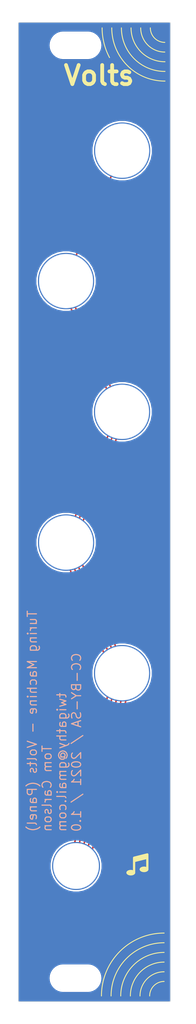
<source format=kicad_pcb>
(kicad_pcb (version 20171130) (host pcbnew "(5.1.4)-1")

  (general
    (thickness 1.6)
    (drawings 172)
    (tracks 23)
    (zones 0)
    (modules 3)
    (nets 1)
  )

  (page A4)
  (layers
    (0 F.Cu signal)
    (31 B.Cu signal)
    (32 B.Adhes user)
    (33 F.Adhes user)
    (34 B.Paste user)
    (35 F.Paste user)
    (36 B.SilkS user)
    (37 F.SilkS user)
    (38 B.Mask user)
    (39 F.Mask user)
    (40 Dwgs.User user)
    (41 Cmts.User user)
    (42 Eco1.User user)
    (43 Eco2.User user)
    (44 Edge.Cuts user)
    (45 Margin user)
    (46 B.CrtYd user)
    (47 F.CrtYd user)
    (48 B.Fab user)
    (49 F.Fab user)
  )

  (setup
    (last_trace_width 0.25)
    (trace_clearance 0.2)
    (zone_clearance 0.508)
    (zone_45_only no)
    (trace_min 0.2)
    (via_size 0.8)
    (via_drill 0.4)
    (via_min_size 0.4)
    (via_min_drill 0.3)
    (uvia_size 0.3)
    (uvia_drill 0.1)
    (uvias_allowed no)
    (uvia_min_size 0.2)
    (uvia_min_drill 0.1)
    (edge_width 0.05)
    (segment_width 0.2)
    (pcb_text_width 0.3)
    (pcb_text_size 1.5 1.5)
    (mod_edge_width 0.12)
    (mod_text_size 1 1)
    (mod_text_width 0.15)
    (pad_size 6.1 6.1)
    (pad_drill 6.1)
    (pad_to_mask_clearance 0.051)
    (solder_mask_min_width 0.25)
    (aux_axis_origin 0 0)
    (visible_elements 7FFFFFFF)
    (pcbplotparams
      (layerselection 0x010fc_ffffffff)
      (usegerberextensions false)
      (usegerberattributes true)
      (usegerberadvancedattributes false)
      (creategerberjobfile false)
      (excludeedgelayer true)
      (linewidth 0.100000)
      (plotframeref false)
      (viasonmask false)
      (mode 1)
      (useauxorigin false)
      (hpglpennumber 1)
      (hpglpenspeed 20)
      (hpglpendiameter 15.000000)
      (psnegative false)
      (psa4output false)
      (plotreference true)
      (plotvalue true)
      (plotinvisibletext false)
      (padsonsilk false)
      (subtractmaskfromsilk false)
      (outputformat 1)
      (mirror false)
      (drillshape 0)
      (scaleselection 1)
      (outputdirectory "volts/"))
  )

  (net 0 "")

  (net_class Default "This is the default net class."
    (clearance 0.2)
    (trace_width 0.25)
    (via_dia 0.8)
    (via_drill 0.4)
    (uvia_dia 0.3)
    (uvia_drill 0.1)
  )

  (module RS:note (layer F.Cu) (tedit 0) (tstamp 60B83716)
    (at 196.9008 140.97)
    (fp_text reference G*** (at 0 0) (layer F.SilkS) hide
      (effects (font (size 1.524 1.524) (thickness 0.3)))
    )
    (fp_text value LOGO (at 0.75 0) (layer F.SilkS) hide
      (effects (font (size 1.524 1.524) (thickness 0.3)))
    )
    (fp_poly (pts (xy 1.262606 -1.443046) (xy 1.283831 -1.436681) (xy 1.299023 -1.429787) (xy 1.312898 -1.420317)
      (xy 1.327762 -1.407057) (xy 1.341925 -1.391802) (xy 1.353695 -1.376352) (xy 1.360558 -1.3644)
      (xy 1.365719 -1.351263) (xy 1.370072 -1.33701) (xy 1.371575 -1.330454) (xy 1.371917 -1.325431)
      (xy 1.37224 -1.314083) (xy 1.372544 -1.296437) (xy 1.372829 -1.272517) (xy 1.373095 -1.242349)
      (xy 1.373341 -1.205958) (xy 1.373569 -1.163369) (xy 1.373777 -1.11461) (xy 1.373965 -1.059703)
      (xy 1.374134 -0.998676) (xy 1.374284 -0.931554) (xy 1.374413 -0.858361) (xy 1.374523 -0.779124)
      (xy 1.374614 -0.693868) (xy 1.374684 -0.602618) (xy 1.374734 -0.505401) (xy 1.374764 -0.40224)
      (xy 1.374775 -0.293255) (xy 1.374774 -0.197777) (xy 1.374771 -0.108446) (xy 1.374765 -0.025055)
      (xy 1.374754 0.052598) (xy 1.374737 0.124718) (xy 1.374714 0.191509) (xy 1.374682 0.253177)
      (xy 1.374641 0.309924) (xy 1.374589 0.361956) (xy 1.374526 0.409476) (xy 1.37445 0.452689)
      (xy 1.37436 0.491799) (xy 1.374255 0.52701) (xy 1.374133 0.558527) (xy 1.373993 0.586554)
      (xy 1.373835 0.611296) (xy 1.373657 0.632956) (xy 1.373458 0.651738) (xy 1.373236 0.667848)
      (xy 1.372991 0.681489) (xy 1.372721 0.692866) (xy 1.372425 0.702183) (xy 1.372102 0.709644)
      (xy 1.37175 0.715453) (xy 1.371369 0.719816) (xy 1.370958 0.722935) (xy 1.370514 0.725016)
      (xy 1.370038 0.726262) (xy 1.369527 0.726879) (xy 1.368981 0.727069) (xy 1.36885 0.727075)
      (xy 1.364517 0.729065) (xy 1.360247 0.735642) (xy 1.356266 0.745331) (xy 1.345659 0.768737)
      (xy 1.33068 0.79379) (xy 1.31244 0.818939) (xy 1.292052 0.842634) (xy 1.273297 0.860979)
      (xy 1.234637 0.891743) (xy 1.190866 0.919944) (xy 1.142836 0.945199) (xy 1.091401 0.967123)
      (xy 1.037413 0.985332) (xy 0.981726 0.999442) (xy 0.953974 1.004761) (xy 0.892662 1.013436)
      (xy 0.833697 1.017884) (xy 0.774791 1.018217) (xy 0.728842 1.015802) (xy 0.669786 1.009707)
      (xy 0.614716 1.000506) (xy 0.561901 0.987854) (xy 0.515088 0.973311) (xy 0.464616 0.95369)
      (xy 0.417606 0.930808) (xy 0.374485 0.904997) (xy 0.335683 0.876585) (xy 0.301628 0.845904)
      (xy 0.272748 0.813285) (xy 0.249471 0.779058) (xy 0.239803 0.760899) (xy 0.232985 0.745566)
      (xy 0.226745 0.729393) (xy 0.222079 0.715042) (xy 0.220832 0.710209) (xy 0.217319 0.687879)
      (xy 0.215888 0.662535) (xy 0.216506 0.636586) (xy 0.219136 0.612444) (xy 0.222448 0.596836)
      (xy 0.236205 0.558746) (xy 0.255843 0.522408) (xy 0.281087 0.488006) (xy 0.311663 0.455726)
      (xy 0.347297 0.425754) (xy 0.387715 0.398275) (xy 0.432643 0.373475) (xy 0.481806 0.351541)
      (xy 0.534932 0.332656) (xy 0.591746 0.317008) (xy 0.651974 0.304781) (xy 0.65405 0.304432)
      (xy 0.674022 0.301781) (xy 0.698882 0.299543) (xy 0.727195 0.297754) (xy 0.757529 0.296454)
      (xy 0.788451 0.295681) (xy 0.818528 0.295473) (xy 0.846325 0.295868) (xy 0.870412 0.296904)
      (xy 0.886271 0.298245) (xy 0.915913 0.302302) (xy 0.948194 0.307925) (xy 0.981053 0.314682)
      (xy 1.012428 0.322135) (xy 1.040258 0.329851) (xy 1.048936 0.332585) (xy 1.085849 0.344676)
      (xy 1.08585 -0.169314) (xy 1.085841 -0.238491) (xy 1.085814 -0.301563) (xy 1.085766 -0.358775)
      (xy 1.085696 -0.410373) (xy 1.085601 -0.456603) (xy 1.085481 -0.497709) (xy 1.085332 -0.533937)
      (xy 1.085153 -0.565532) (xy 1.084943 -0.592739) (xy 1.084698 -0.615804) (xy 1.084418 -0.634972)
      (xy 1.084101 -0.650489) (xy 1.083744 -0.662598) (xy 1.083345 -0.671547) (xy 1.082903 -0.67758)
      (xy 1.082417 -0.680942) (xy 1.081883 -0.68188) (xy 1.081881 -0.681879) (xy 1.078477 -0.680989)
      (xy 1.069185 -0.678628) (xy 1.054273 -0.674864) (xy 1.034014 -0.669766) (xy 1.008679 -0.663401)
      (xy 0.978539 -0.655837) (xy 0.943865 -0.647142) (xy 0.904928 -0.637383) (xy 0.862 -0.62663)
      (xy 0.815351 -0.614949) (xy 0.765252 -0.602409) (xy 0.711976 -0.589077) (xy 0.655792 -0.575022)
      (xy 0.596972 -0.56031) (xy 0.535788 -0.545012) (xy 0.47251 -0.529193) (xy 0.40741 -0.512922)
      (xy 0.354806 -0.499778) (xy -0.3683 -0.319102) (xy -0.3683 0.421474) (xy -0.368306 0.504275)
      (xy -0.368321 0.580943) (xy -0.368349 0.651697) (xy -0.368391 0.716753) (xy -0.368447 0.776331)
      (xy -0.368519 0.830646) (xy -0.368607 0.879917) (xy -0.368715 0.924362) (xy -0.368841 0.964198)
      (xy -0.368989 0.999642) (xy -0.369158 1.030913) (xy -0.36935 1.058228) (xy -0.369567 1.081805)
      (xy -0.36981 1.101861) (xy -0.370079 1.118614) (xy -0.370377 1.132281) (xy -0.370704 1.143081)
      (xy -0.371061 1.15123) (xy -0.371451 1.156947) (xy -0.371873 1.160449) (xy -0.37233 1.161954)
      (xy -0.372489 1.16205) (xy -0.375592 1.164768) (xy -0.380229 1.172015) (xy -0.385567 1.182424)
      (xy -0.387489 1.186656) (xy -0.400545 1.21281) (xy -0.41624 1.237226) (xy -0.435605 1.261322)
      (xy -0.459671 1.286516) (xy -0.461253 1.28806) (xy -0.499172 1.321075) (xy -0.541418 1.35047)
      (xy -0.588215 1.376346) (xy -0.639783 1.398806) (xy -0.696345 1.41795) (xy -0.758123 1.433881)
      (xy -0.796925 1.44178) (xy -0.808232 1.443742) (xy -0.819314 1.445312) (xy -0.831101 1.446544)
      (xy -0.844527 1.447487) (xy -0.860524 1.448194) (xy -0.880023 1.448717) (xy -0.903956 1.449107)
      (xy -0.933257 1.449415) (xy -0.935038 1.449431) (xy -0.960255 1.449607) (xy -0.98379 1.449689)
      (xy -1.004796 1.44968) (xy -1.022425 1.449585) (xy -1.035827 1.449406) (xy -1.044156 1.449146)
      (xy -1.046163 1.448986) (xy -1.109404 1.438642) (xy -1.167286 1.425898) (xy -1.220411 1.410554)
      (xy -1.269378 1.392408) (xy -1.314786 1.371259) (xy -1.357237 1.346905) (xy -1.365138 1.34182)
      (xy -1.406156 1.312074) (xy -1.441134 1.280526) (xy -1.470141 1.247103) (xy -1.493248 1.211729)
      (xy -1.499907 1.19897) (xy -1.511449 1.172898) (xy -1.519112 1.148888) (xy -1.523468 1.124475)
      (xy -1.525092 1.097195) (xy -1.525139 1.090612) (xy -1.522559 1.053678) (xy -1.514695 1.018659)
      (xy -1.501332 0.985104) (xy -1.482253 0.952563) (xy -1.45724 0.920585) (xy -1.429733 0.892156)
      (xy -1.391772 0.859779) (xy -1.349781 0.831002) (xy -1.303478 0.8057) (xy -1.252582 0.783749)
      (xy -1.196813 0.765026) (xy -1.13589 0.749405) (xy -1.083401 0.739085) (xy -1.062883 0.736336)
      (xy -1.037371 0.734182) (xy -1.008195 0.732629) (xy -0.976682 0.731686) (xy -0.944162 0.73136)
      (xy -0.911965 0.731659) (xy -0.881418 0.732592) (xy -0.853851 0.734166) (xy -0.830593 0.736389)
      (xy -0.822325 0.737534) (xy -0.787884 0.743627) (xy -0.753121 0.751093) (xy -0.720202 0.759423)
      (xy -0.69129 0.76811) (xy -0.689203 0.768809) (xy -0.676965 0.772854) (xy -0.667021 0.775969)
      (xy -0.660895 0.777684) (xy -0.659805 0.777875) (xy -0.65958 0.774744) (xy -0.659359 0.765527)
      (xy -0.659145 0.750488) (xy -0.658938 0.729891) (xy -0.658738 0.704) (xy -0.658546 0.673079)
      (xy -0.658364 0.637391) (xy -0.658192 0.597202) (xy -0.65803 0.552775) (xy -0.657881 0.504374)
      (xy -0.657744 0.452263) (xy -0.65762 0.396706) (xy -0.657511 0.337967) (xy -0.657417 0.27631)
      (xy -0.657339 0.211999) (xy -0.657277 0.145298) (xy -0.657233 0.076471) (xy -0.657208 0.005782)
      (xy -0.657202 -0.045244) (xy -0.657187 -0.144054) (xy -0.657148 -0.236548) (xy -0.657085 -0.322761)
      (xy -0.656998 -0.402727) (xy -0.656886 -0.476481) (xy -0.656751 -0.544057) (xy -0.65659 -0.605489)
      (xy -0.656405 -0.660812) (xy -0.656195 -0.71006) (xy -0.65596 -0.753268) (xy -0.655699 -0.790469)
      (xy -0.655414 -0.8217) (xy -0.655103 -0.846992) (xy -0.654766 -0.866382) (xy -0.654404 -0.879904)
      (xy -0.654016 -0.887591) (xy -0.65386 -0.889) (xy -0.650751 -0.903218) (xy -0.646275 -0.917894)
      (xy -0.642993 -0.926205) (xy -0.631659 -0.945116) (xy -0.615765 -0.963527) (xy -0.596949 -0.979972)
      (xy -0.57685 -0.992984) (xy -0.560388 -1.000121) (xy -0.552126 -1.003133) (xy -0.546816 -1.00571)
      (xy -0.5461 -1.006306) (xy -0.542932 -1.007243) (xy -0.533903 -1.009641) (xy -0.519312 -1.013427)
      (xy -0.499458 -1.018524) (xy -0.474642 -1.024859) (xy -0.445163 -1.032354) (xy -0.411321 -1.040937)
      (xy -0.373415 -1.05053) (xy -0.331746 -1.061061) (xy -0.286612 -1.072452) (xy -0.238313 -1.084629)
      (xy -0.18715 -1.097517) (xy -0.133421 -1.111042) (xy -0.077427 -1.125127) (xy -0.019466 -1.139697)
      (xy 0.04016 -1.154678) (xy 0.101154 -1.169995) (xy 0.163214 -1.185572) (xy 0.226042 -1.201334)
      (xy 0.289337 -1.217206) (xy 0.352801 -1.233113) (xy 0.416133 -1.24898) (xy 0.479034 -1.264732)
      (xy 0.541203 -1.280294) (xy 0.602343 -1.29559) (xy 0.662152 -1.310546) (xy 0.720331 -1.325086)
      (xy 0.776581 -1.339135) (xy 0.830601 -1.352618) (xy 0.882093 -1.36546) (xy 0.930756 -1.377587)
      (xy 0.976292 -1.388922) (xy 1.018399 -1.39939) (xy 1.056779 -1.408918) (xy 1.091132 -1.417428)
      (xy 1.121158 -1.424848) (xy 1.146558 -1.4311) (xy 1.167031 -1.436111) (xy 1.18228 -1.439804)
      (xy 1.192002 -1.442106) (xy 1.195888 -1.442939) (xy 1.204274 -1.443872) (xy 1.215696 -1.445263)
      (xy 1.222375 -1.446117) (xy 1.241298 -1.446367) (xy 1.262606 -1.443046)) (layer F.SilkS) (width 0.01))
  )

  (module MountingHole:MountingHole_3.2mm_M3 (layer F.Cu) (tedit 5F1D8352) (tstamp 60B83227)
    (at 188.6712 155.9052)
    (descr "Mounting Hole 3.2mm, no annular, M3")
    (tags "mounting hole 3.2mm no annular m3")
    (attr virtual)
    (fp_text reference REF** (at 0 -4.2) (layer F.SilkS) hide
      (effects (font (size 1 1) (thickness 0.15)))
    )
    (fp_text value MountingHole_3.2mm_M3 (at 0 4.2) (layer F.Fab)
      (effects (font (size 1 1) (thickness 0.15)))
    )
    (fp_circle (center 0 0) (end 3.45 0) (layer F.CrtYd) (width 0.05))
    (fp_circle (center 0 0) (end 3.2 0) (layer Cmts.User) (width 0.15))
    (fp_text user %R (at 0.3 0) (layer F.Fab)
      (effects (font (size 1 1) (thickness 0.15)))
    )
    (pad "" np_thru_hole oval (at 0 0) (size 6.4 3.2) (drill oval 6.4 3.2) (layers *.Cu *.Mask))
  )

  (module MountingHole:MountingHole_3.2mm_M3 (layer F.Cu) (tedit 5F1D8352) (tstamp 60B83208)
    (at 188.6712 33.4772)
    (descr "Mounting Hole 3.2mm, no annular, M3")
    (tags "mounting hole 3.2mm no annular m3")
    (attr virtual)
    (fp_text reference REF** (at 0 -4.2) (layer F.SilkS) hide
      (effects (font (size 1 1) (thickness 0.15)))
    )
    (fp_text value MountingHole_3.2mm_M3 (at 0 4.2) (layer F.Fab)
      (effects (font (size 1 1) (thickness 0.15)))
    )
    (fp_text user %R (at 0.3 0) (layer F.Fab)
      (effects (font (size 1 1) (thickness 0.15)))
    )
    (fp_circle (center 0 0) (end 3.2 0) (layer Cmts.User) (width 0.15))
    (fp_circle (center 0 0) (end 3.45 0) (layer F.CrtYd) (width 0.05))
    (pad "" np_thru_hole oval (at 0 0) (size 6.4 3.2) (drill oval 6.4 3.2) (layers *.Cu *.Mask))
  )

  (gr_line (start 188.5188 138.3284) (end 193.04 118.1608) (layer F.Mask) (width 0.22) (tstamp 60B84318))
  (gr_line (start 189.1284 138.43) (end 193.6496 118.2624) (layer F.Mask) (width 0.22) (tstamp 60B84316))
  (gr_line (start 189.738 138.5316) (end 194.2592 118.364) (layer F.Mask) (width 0.22) (tstamp 60B84314))
  (gr_line (start 190.3476 138.7348) (end 194.8688 118.5672) (layer F.Mask) (width 0.22) (tstamp 60B84312))
  (gr_line (start 190.8556 139.2936) (end 195.3768 119.126) (layer F.Mask) (width 0.22) (tstamp 60B8430F))
  (gr_line (start 192.4812 113.3348) (end 187.9092 102.1588) (layer F.Mask) (width 0.22) (tstamp 60B8430D))
  (gr_line (start 193.04 113.1824) (end 188.468 102.0064) (layer F.Mask) (width 0.22) (tstamp 60B8430B))
  (gr_line (start 193.4972 112.776) (end 188.9252 101.6) (layer F.Mask) (width 0.22) (tstamp 60B84309))
  (gr_line (start 194.056 112.5728) (end 189.484 101.3968) (layer F.Mask) (width 0.22) (tstamp 60B84302))
  (gr_line (start 193.1416 84.2264) (end 188.4172 95.8088) (layer F.Mask) (width 0.22) (tstamp 60B84300))
  (gr_line (start 193.5988 84.6328) (end 188.8744 96.2152) (layer F.Mask) (width 0.22) (tstamp 60B842FD))
  (gr_line (start 194.2084 84.7852) (end 189.484 96.3676) (layer F.Mask) (width 0.22) (tstamp 60B842F8))
  (gr_line (start 192.9892 79.0448) (end 187.96 67.7672) (layer F.Mask) (width 0.22) (tstamp 60B842A8))
  (gr_line (start 193.548 78.8416) (end 188.5188 67.564) (layer F.Mask) (width 0.22) (tstamp 60B842A2))
  (gr_line (start 193.4464 50.4952) (end 188.6204 61.3664) (layer F.Mask) (width 0.22))
  (gr_text "Turing Machine - Volts (Panel)\nTom Carlson\ntwigathy@gmail.com\nCC-BY-SA / 2021 / 1.0" (at 182.2704 136.8044 90) (layer B.SilkS) (tstamp 60B83F65)
    (effects (font (size 1.2065 1.2065) (thickness 0.1524)) (justify right top mirror))
  )
  (gr_circle (center 191.1604 115.904) (end 196.1604 115.904) (layer Dwgs.User) (width 0.12) (tstamp 60B83EEC))
  (gr_circle (center 191.1096 98.7336) (end 196.1096 98.7336) (layer Dwgs.User) (width 0.12) (tstamp 60B83ECD))
  (gr_circle (center 191.1604 81.5632) (end 196.1604 81.5632) (layer Dwgs.User) (width 0.12) (tstamp 60B83EAD))
  (gr_circle (center 191.0588 64.4144) (end 196.0588 64.4144) (layer Dwgs.User) (width 0.12) (tstamp 60B83E1F))
  (gr_circle (center 191.2112 47.3964) (end 196.2112 47.3964) (layer Dwgs.User) (width 0.12))
  (gr_line (start 181.8132 115.5192) (end 181.8132 116.3574) (layer F.Mask) (width 0.12) (tstamp 60B836F3))
  (gr_line (start 184.023 115.5192) (end 184.023 116.3574) (layer F.Cu) (width 0.12) (tstamp 60B836F2))
  (gr_line (start 184.8866 116.3574) (end 184.8866 115.5192) (layer F.Cu) (width 0.12) (tstamp 60B836F1))
  (gr_line (start 184.8866 115.5192) (end 184.023 115.5192) (layer F.Cu) (width 0.12) (tstamp 60B836F0))
  (gr_line (start 186.0042 115.5192) (end 185.1406 115.5192) (layer F.Cu) (width 0.12) (tstamp 60B836EF))
  (gr_line (start 186.0042 115.5192) (end 185.1406 115.5192) (layer F.Mask) (width 0.12) (tstamp 60B836EE))
  (gr_line (start 184.023 115.5192) (end 184.023 116.3574) (layer F.Mask) (width 0.12) (tstamp 60B836ED))
  (gr_line (start 184.8866 116.3574) (end 184.8866 115.5192) (layer F.Mask) (width 0.12) (tstamp 60B836EC))
  (gr_line (start 185.1406 116.3574) (end 186.0042 116.3574) (layer F.Mask) (width 0.12) (tstamp 60B836EB))
  (gr_line (start 184.023 116.3574) (end 184.8866 116.3574) (layer F.Cu) (width 0.12) (tstamp 60B836EA))
  (gr_line (start 181.8132 115.5192) (end 181.8132 116.3574) (layer F.Cu) (width 0.12) (tstamp 60B836E9))
  (gr_poly (pts (xy 183.7944 116.3574) (xy 182.9308 116.3574) (xy 182.9308 115.4938) (xy 183.7944 115.4938)) (layer F.Mask) (width 0.1) (tstamp 60B836E8))
  (gr_line (start 185.1406 115.5192) (end 185.1406 116.3574) (layer F.Cu) (width 0.12) (tstamp 60B836E7))
  (gr_line (start 181.8132 116.3574) (end 182.6768 116.3574) (layer F.Mask) (width 0.12) (tstamp 60B836E6))
  (gr_line (start 186.0042 116.3574) (end 186.0042 115.5192) (layer F.Cu) (width 0.12) (tstamp 60B836E5))
  (gr_line (start 182.6768 116.3574) (end 182.6768 115.5192) (layer F.Cu) (width 0.12) (tstamp 60B836E4))
  (gr_line (start 184.8866 115.5192) (end 184.023 115.5192) (layer F.Mask) (width 0.12) (tstamp 60B836E3))
  (gr_line (start 185.1406 115.5192) (end 185.1406 116.3574) (layer F.Mask) (width 0.12) (tstamp 60B836E2))
  (gr_line (start 186.0042 116.3574) (end 186.0042 115.5192) (layer F.Mask) (width 0.12) (tstamp 60B836E1))
  (gr_poly (pts (xy 186.0042 116.3574) (xy 185.1406 116.3574) (xy 185.1406 115.4938) (xy 186.0042 115.4938)) (layer F.Cu) (width 0.1) (tstamp 60B836E0))
  (gr_line (start 181.8132 116.3574) (end 182.6768 116.3574) (layer F.Cu) (width 0.12) (tstamp 60B836DF))
  (gr_line (start 185.1406 116.3574) (end 186.0042 116.3574) (layer F.Cu) (width 0.12) (tstamp 60B836DE))
  (gr_poly (pts (xy 183.7944 116.3574) (xy 182.9308 116.3574) (xy 182.9308 115.4938) (xy 183.7944 115.4938)) (layer F.Cu) (width 0.1) (tstamp 60B836DD))
  (gr_line (start 184.023 116.3574) (end 184.8866 116.3574) (layer F.Mask) (width 0.12) (tstamp 60B836DC))
  (gr_poly (pts (xy 186.0042 116.3574) (xy 185.1406 116.3574) (xy 185.1406 115.4938) (xy 186.0042 115.4938)) (layer F.Mask) (width 0.1) (tstamp 60B836DB))
  (gr_line (start 182.6768 115.5192) (end 181.8132 115.5192) (layer F.Mask) (width 0.12) (tstamp 60B836DA))
  (gr_line (start 182.6768 115.5192) (end 181.8132 115.5192) (layer F.Cu) (width 0.12) (tstamp 60B836D9))
  (gr_line (start 182.6768 116.3574) (end 182.6768 115.5192) (layer F.Mask) (width 0.12) (tstamp 60B836D8))
  (gr_line (start 200.533 99.0854) (end 200.533 98.2472) (layer F.Cu) (width 0.12) (tstamp 60B836BD))
  (gr_line (start 199.6694 98.2472) (end 199.6694 99.0854) (layer F.Mask) (width 0.12) (tstamp 60B836BC))
  (gr_line (start 200.533 99.0854) (end 200.533 98.2472) (layer F.Mask) (width 0.12) (tstamp 60B836BB))
  (gr_poly (pts (xy 198.3232 99.0854) (xy 197.4596 99.0854) (xy 197.4596 98.2218) (xy 198.3232 98.2218)) (layer F.Mask) (width 0.1) (tstamp 60B836BA))
  (gr_line (start 197.2056 98.2472) (end 196.342 98.2472) (layer F.Cu) (width 0.12) (tstamp 60B836B9))
  (gr_line (start 197.2056 98.2472) (end 196.342 98.2472) (layer F.Mask) (width 0.12) (tstamp 60B836B8))
  (gr_line (start 199.6694 99.0854) (end 200.533 99.0854) (layer F.Mask) (width 0.12) (tstamp 60B836B7))
  (gr_poly (pts (xy 198.3232 99.0854) (xy 197.4596 99.0854) (xy 197.4596 98.2218) (xy 198.3232 98.2218)) (layer F.Cu) (width 0.1) (tstamp 60B836B6))
  (gr_line (start 199.6694 99.0854) (end 200.533 99.0854) (layer F.Cu) (width 0.12) (tstamp 60B836B5))
  (gr_line (start 199.4154 99.0854) (end 199.4154 98.2472) (layer F.Cu) (width 0.12) (tstamp 60B836B4))
  (gr_line (start 197.2056 99.0854) (end 197.2056 98.2472) (layer F.Cu) (width 0.12) (tstamp 60B836B3))
  (gr_line (start 196.342 98.2472) (end 196.342 99.0854) (layer F.Mask) (width 0.12) (tstamp 60B836B2))
  (gr_line (start 198.5518 99.0854) (end 199.4154 99.0854) (layer F.Mask) (width 0.12) (tstamp 60B836B1))
  (gr_line (start 198.5518 98.2472) (end 198.5518 99.0854) (layer F.Cu) (width 0.12) (tstamp 60B836B0))
  (gr_line (start 198.5518 99.0854) (end 199.4154 99.0854) (layer F.Cu) (width 0.12) (tstamp 60B836AF))
  (gr_line (start 196.342 98.2472) (end 196.342 99.0854) (layer F.Cu) (width 0.12) (tstamp 60B836AE))
  (gr_line (start 198.5518 98.2472) (end 198.5518 99.0854) (layer F.Mask) (width 0.12) (tstamp 60B836AD))
  (gr_line (start 200.533 98.2472) (end 199.6694 98.2472) (layer F.Mask) (width 0.12) (tstamp 60B836AC))
  (gr_line (start 197.2056 99.0854) (end 197.2056 98.2472) (layer F.Mask) (width 0.12) (tstamp 60B836AB))
  (gr_line (start 199.6694 98.2472) (end 199.6694 99.0854) (layer F.Cu) (width 0.12) (tstamp 60B836AA))
  (gr_line (start 199.4154 99.0854) (end 199.4154 98.2472) (layer F.Mask) (width 0.12) (tstamp 60B836A9))
  (gr_line (start 196.342 99.0854) (end 197.2056 99.0854) (layer F.Cu) (width 0.12) (tstamp 60B836A8))
  (gr_line (start 200.533 98.2472) (end 199.6694 98.2472) (layer F.Cu) (width 0.12) (tstamp 60B836A7))
  (gr_line (start 196.342 99.0854) (end 197.2056 99.0854) (layer F.Mask) (width 0.12) (tstamp 60B836A6))
  (gr_line (start 199.4154 98.2472) (end 198.5518 98.2472) (layer F.Mask) (width 0.12) (tstamp 60B836A5))
  (gr_line (start 199.4154 98.2472) (end 198.5518 98.2472) (layer F.Cu) (width 0.12) (tstamp 60B836A4))
  (gr_line (start 185.928 81.1022) (end 185.0644 81.1022) (layer F.Cu) (width 0.12) (tstamp 60B8367F))
  (gr_line (start 185.0644 81.1022) (end 185.0644 81.9404) (layer F.Mask) (width 0.12) (tstamp 60B8367E))
  (gr_line (start 185.928 81.9404) (end 185.928 81.1022) (layer F.Cu) (width 0.12) (tstamp 60B8367D))
  (gr_line (start 181.737 81.1022) (end 181.737 81.9404) (layer F.Mask) (width 0.12) (tstamp 60B8367C))
  (gr_line (start 183.7182 81.9404) (end 183.7182 81.1022) (layer F.Cu) (width 0.12) (tstamp 60B8367B))
  (gr_line (start 182.6006 81.9404) (end 182.6006 81.1022) (layer F.Cu) (width 0.12) (tstamp 60B8367A))
  (gr_line (start 181.737 81.1022) (end 181.737 81.9404) (layer F.Cu) (width 0.12) (tstamp 60B83679))
  (gr_line (start 185.928 81.9404) (end 185.928 81.1022) (layer F.Mask) (width 0.12) (tstamp 60B83678))
  (gr_line (start 181.737 81.9404) (end 182.6006 81.9404) (layer F.Mask) (width 0.12) (tstamp 60B83677))
  (gr_poly (pts (xy 185.0644 81.1022) (xy 185.928 81.1022) (xy 185.928 81.9658) (xy 185.0644 81.9658)) (layer F.Mask) (width 0.1) (tstamp 60B83676))
  (gr_line (start 185.0644 81.9404) (end 185.928 81.9404) (layer F.Cu) (width 0.12) (tstamp 60B83675))
  (gr_line (start 182.8546 81.9404) (end 183.7182 81.9404) (layer F.Cu) (width 0.12) (tstamp 60B83674))
  (gr_line (start 185.0644 81.1022) (end 185.0644 81.9404) (layer F.Cu) (width 0.12) (tstamp 60B83673))
  (gr_line (start 183.7182 81.1022) (end 182.8546 81.1022) (layer F.Mask) (width 0.12) (tstamp 60B83672))
  (gr_line (start 182.8546 81.1022) (end 182.8546 81.9404) (layer F.Cu) (width 0.12) (tstamp 60B83671))
  (gr_line (start 183.7182 81.1022) (end 182.8546 81.1022) (layer F.Cu) (width 0.12) (tstamp 60B83670))
  (gr_poly (pts (xy 183.9468 81.1022) (xy 184.8104 81.1022) (xy 184.8104 81.9658) (xy 183.9468 81.9658)) (layer F.Mask) (width 0.1) (tstamp 60B8366F))
  (gr_line (start 182.8546 81.9404) (end 183.7182 81.9404) (layer F.Mask) (width 0.12) (tstamp 60B8366E))
  (gr_line (start 181.737 81.9404) (end 182.6006 81.9404) (layer F.Cu) (width 0.12) (tstamp 60B8366D))
  (gr_line (start 182.6006 81.9404) (end 182.6006 81.1022) (layer F.Mask) (width 0.12) (tstamp 60B8366C))
  (gr_line (start 182.8546 81.1022) (end 182.8546 81.9404) (layer F.Mask) (width 0.12) (tstamp 60B8366B))
  (gr_line (start 182.6006 81.1022) (end 181.737 81.1022) (layer F.Cu) (width 0.12) (tstamp 60B8366A))
  (gr_poly (pts (xy 183.9468 81.1022) (xy 184.8104 81.1022) (xy 184.8104 81.9658) (xy 183.9468 81.9658)) (layer F.Cu) (width 0.1) (tstamp 60B83669))
  (gr_line (start 185.928 81.1022) (end 185.0644 81.1022) (layer F.Mask) (width 0.12) (tstamp 60B83668))
  (gr_line (start 185.0644 81.9404) (end 185.928 81.9404) (layer F.Mask) (width 0.12) (tstamp 60B83667))
  (gr_line (start 182.6006 81.1022) (end 181.737 81.1022) (layer F.Mask) (width 0.12) (tstamp 60B83666))
  (gr_line (start 183.7182 81.9404) (end 183.7182 81.1022) (layer F.Mask) (width 0.12) (tstamp 60B83665))
  (gr_poly (pts (xy 185.0644 81.1022) (xy 185.928 81.1022) (xy 185.928 81.9658) (xy 185.0644 81.9658)) (layer F.Cu) (width 0.1) (tstamp 60B83664))
  (gr_line (start 200.787 64.0588) (end 199.9234 64.0588) (layer F.Mask) (width 0.12) (tstamp 60B8362F))
  (gr_line (start 199.9234 64.0588) (end 199.9234 64.897) (layer F.Mask) (width 0.12) (tstamp 60B8362E))
  (gr_line (start 199.9234 64.897) (end 200.787 64.897) (layer F.Mask) (width 0.12) (tstamp 60B8362D))
  (gr_line (start 197.7136 64.897) (end 198.5772 64.897) (layer F.Cu) (width 0.12) (tstamp 60B8362C))
  (gr_line (start 196.596 64.0588) (end 196.596 64.897) (layer F.Mask) (width 0.12) (tstamp 60B8362B))
  (gr_line (start 200.787 64.897) (end 200.787 64.0588) (layer F.Mask) (width 0.12) (tstamp 60B8362A))
  (gr_poly (pts (xy 198.8058 64.0588) (xy 199.6694 64.0588) (xy 199.6694 64.9224) (xy 198.8058 64.9224)) (layer F.Cu) (width 0.1) (tstamp 60B83629))
  (gr_line (start 198.5772 64.897) (end 198.5772 64.0588) (layer F.Mask) (width 0.12) (tstamp 60B83628))
  (gr_line (start 196.596 64.897) (end 197.4596 64.897) (layer F.Mask) (width 0.12) (tstamp 60B83627))
  (gr_line (start 198.5772 64.0588) (end 197.7136 64.0588) (layer F.Cu) (width 0.12) (tstamp 60B83626))
  (gr_line (start 196.596 64.0588) (end 196.596 64.897) (layer F.Cu) (width 0.12) (tstamp 60B83625))
  (gr_line (start 199.9234 64.897) (end 200.787 64.897) (layer F.Cu) (width 0.12) (tstamp 60B83624))
  (gr_line (start 197.7136 64.0588) (end 197.7136 64.897) (layer F.Mask) (width 0.12) (tstamp 60B83623))
  (gr_line (start 200.787 64.897) (end 200.787 64.0588) (layer F.Cu) (width 0.12) (tstamp 60B83622))
  (gr_line (start 197.7136 64.0588) (end 197.7136 64.897) (layer F.Cu) (width 0.12) (tstamp 60B83621))
  (gr_line (start 196.596 64.897) (end 197.4596 64.897) (layer F.Cu) (width 0.12) (tstamp 60B83620))
  (gr_line (start 198.5772 64.897) (end 198.5772 64.0588) (layer F.Cu) (width 0.12) (tstamp 60B8361F))
  (gr_line (start 197.4596 64.897) (end 197.4596 64.0588) (layer F.Mask) (width 0.12) (tstamp 60B8361E))
  (gr_line (start 199.9234 64.0588) (end 199.9234 64.897) (layer F.Cu) (width 0.12) (tstamp 60B8361D))
  (gr_line (start 197.7136 64.897) (end 198.5772 64.897) (layer F.Mask) (width 0.12) (tstamp 60B8361C))
  (gr_line (start 197.4596 64.897) (end 197.4596 64.0588) (layer F.Cu) (width 0.12) (tstamp 60B8361B))
  (gr_line (start 197.4596 64.0588) (end 196.596 64.0588) (layer F.Cu) (width 0.12) (tstamp 60B8361A))
  (gr_poly (pts (xy 198.8058 64.0588) (xy 199.6694 64.0588) (xy 199.6694 64.9224) (xy 198.8058 64.9224)) (layer F.Mask) (width 0.1) (tstamp 60B83619))
  (gr_line (start 200.787 64.0588) (end 199.9234 64.0588) (layer F.Cu) (width 0.12) (tstamp 60B83618))
  (gr_line (start 197.4596 64.0588) (end 196.596 64.0588) (layer F.Mask) (width 0.12) (tstamp 60B83617))
  (gr_line (start 198.5772 64.0588) (end 197.7136 64.0588) (layer F.Mask) (width 0.12) (tstamp 60B83616))
  (gr_line (start 182.5244 47.8282) (end 182.5244 46.99) (layer F.Cu) (width 0.12) (tstamp 60B835F6))
  (gr_line (start 183.8706 46.99) (end 183.8706 47.8282) (layer F.Mask) (width 0.12) (tstamp 60B835F5))
  (gr_line (start 181.6608 47.8282) (end 182.5244 47.8282) (layer F.Cu) (width 0.12) (tstamp 60B835F4))
  (gr_line (start 181.6608 46.99) (end 181.6608 47.8282) (layer F.Cu) (width 0.12) (tstamp 60B835F3))
  (gr_line (start 182.7784 47.8282) (end 183.642 47.8282) (layer F.Mask) (width 0.12) (tstamp 60B835F2))
  (gr_line (start 183.8706 47.8282) (end 184.7342 47.8282) (layer F.Mask) (width 0.12) (tstamp 60B835F1))
  (gr_line (start 183.642 46.99) (end 182.7784 46.99) (layer F.Mask) (width 0.12) (tstamp 60B835F0))
  (gr_line (start 183.642 46.99) (end 182.7784 46.99) (layer F.Cu) (width 0.12) (tstamp 60B835EF))
  (gr_line (start 182.5244 47.8282) (end 182.5244 46.99) (layer F.Mask) (width 0.12) (tstamp 60B835EE))
  (gr_poly (pts (xy 185.8518 47.8282) (xy 184.9882 47.8282) (xy 184.9882 46.9646) (xy 185.8518 46.9646)) (layer F.Mask) (width 0.1) (tstamp 60B835ED))
  (gr_line (start 182.7784 46.99) (end 182.7784 47.8282) (layer F.Cu) (width 0.12) (tstamp 60B835EC))
  (gr_line (start 184.7342 47.8282) (end 184.7342 46.99) (layer F.Cu) (width 0.12) (tstamp 60B835EB))
  (gr_line (start 184.7342 46.99) (end 183.8706 46.99) (layer F.Cu) (width 0.12) (tstamp 60B835EA))
  (gr_poly (pts (xy 185.8518 47.8282) (xy 184.9882 47.8282) (xy 184.9882 46.9646) (xy 185.8518 46.9646)) (layer F.Cu) (width 0.1) (tstamp 60B835E9))
  (gr_line (start 182.5244 46.99) (end 181.6608 46.99) (layer F.Mask) (width 0.12) (tstamp 60B835E8))
  (gr_line (start 184.7342 47.8282) (end 184.7342 46.99) (layer F.Mask) (width 0.12) (tstamp 60B835E7))
  (gr_line (start 182.5244 46.99) (end 181.6608 46.99) (layer F.Cu) (width 0.12) (tstamp 60B835E6))
  (gr_line (start 181.6608 46.99) (end 181.6608 47.8282) (layer F.Mask) (width 0.12) (tstamp 60B835E5))
  (gr_line (start 183.8706 46.99) (end 183.8706 47.8282) (layer F.Cu) (width 0.12) (tstamp 60B835E4))
  (gr_line (start 183.8706 47.8282) (end 184.7342 47.8282) (layer F.Cu) (width 0.12) (tstamp 60B835E3))
  (gr_line (start 183.642 47.8282) (end 183.642 46.99) (layer F.Mask) (width 0.12) (tstamp 60B835E2))
  (gr_line (start 182.7784 47.8282) (end 183.642 47.8282) (layer F.Cu) (width 0.12) (tstamp 60B835E1))
  (gr_line (start 183.642 47.8282) (end 183.642 46.99) (layer F.Cu) (width 0.12) (tstamp 60B835E0))
  (gr_line (start 182.7784 46.99) (end 182.7784 47.8282) (layer F.Mask) (width 0.12) (tstamp 60B835DF))
  (gr_line (start 184.7342 46.99) (end 183.8706 46.99) (layer F.Mask) (width 0.12) (tstamp 60B835DE))
  (gr_line (start 181.6608 47.8282) (end 182.5244 47.8282) (layer F.Mask) (width 0.12) (tstamp 60B835DD))
  (gr_arc (start 200.4314 31.1912) (end 193.4464 31.1912) (angle -90.21418883) (layer F.SilkS) (width 0.12) (tstamp 60B83481))
  (gr_arc (start 200.4314 31.1912) (end 195.9864 31.1912) (angle -90.33214573) (layer F.SilkS) (width 0.12) (tstamp 60B83480))
  (gr_arc (start 200.4314 31.1912) (end 194.7164 31.1912) (angle -90.28293982) (layer F.SilkS) (width 0.12) (tstamp 60B8347F))
  (gr_arc (start 200.4314 31.1912) (end 197.2564 31.1912) (angle -90) (layer F.SilkS) (width 0.12) (tstamp 60B8347E))
  (gr_arc (start 200.4314 31.1912) (end 192.1764 31.1912) (angle -28.21735585) (layer F.SilkS) (width 0.12) (tstamp 60B8347D))
  (gr_arc (start 200.4314 31.1912) (end 198.5264 31.1912) (angle -90) (layer F.SilkS) (width 0.12) (tstamp 60B8347C))
  (gr_arc (start 200.3425 158.242) (end 200.3425 152.527) (angle -90) (layer F.SilkS) (width 0.12) (tstamp 60B8347A))
  (gr_arc (start 200.3425 158.242) (end 200.3425 151.257) (angle -90) (layer F.SilkS) (width 0.12) (tstamp 60B83479))
  (gr_arc (start 200.3425 158.242) (end 200.3425 149.987) (angle -90) (layer F.SilkS) (width 0.12) (tstamp 60B83478))
  (gr_arc (start 200.3425 158.242) (end 200.3425 153.797) (angle -90) (layer F.SilkS) (width 0.12) (tstamp 60B83477))
  (gr_arc (start 200.3425 158.242) (end 200.3425 156.337) (angle -90) (layer F.SilkS) (width 0.12) (tstamp 60B83475))
  (gr_arc (start 200.3425 158.242) (end 200.3425 155.067) (angle -90) (layer F.SilkS) (width 0.12) (tstamp 60B83474))
  (gr_text Volts (at 191.77 37.4396) (layer F.SilkS) (tstamp 60B8328A)
    (effects (font (size 2.5 2.5) (thickness 0.5)))
  )
  (gr_line (start 201.1604 30.4793) (end 181.1604 30.4793) (layer Edge.Cuts) (width 0.05) (tstamp 60B8313A))
  (gr_line (start 201.1604 158.9793) (end 201.1604 30.4793) (layer Edge.Cuts) (width 0.05) (tstamp 60B83139))
  (gr_line (start 181.1604 158.9793) (end 201.1604 158.9793) (layer Edge.Cuts) (width 0.05) (tstamp 60B83138))
  (gr_line (start 181.1604 30.4793) (end 181.1604 158.9793) (layer Edge.Cuts) (width 0.05) (tstamp 60B83137))

  (via (at 194.803963 81.583447) (size 7.4048) (drill 7.1) (layers F.Cu B.Cu) (net 0) (tstamp 60B8314C))
  (via (at 194.80555 115.884979) (size 7.4048) (drill 7.1) (layers F.Cu B.Cu) (net 0) (tstamp 60B8314E))
  (via (at 188.747419 141.1839) (size 6.3048) (drill 6) (layers F.Cu B.Cu) (net 0) (tstamp 60B8314F))
  (via (at 187.43436 98.741435) (size 7.4048) (drill 7.1) (layers F.Cu B.Cu) (net 0) (tstamp 60B83150))
  (via (at 187.428147 64.420066) (size 7.4048) (drill 7.1) (layers F.Cu B.Cu) (net 0) (tstamp 60B83151))
  (via (at 194.818541 47.306091) (size 7.4048) (drill 7.1) (layers F.Cu B.Cu) (net 0) (tstamp 60B83153))
  (segment (start 187.1904 64.5775) (end 194.8104 81.7225) (width 0.2032) (layer F.Cu) (net 0) (tstamp 60B8313B))
  (segment (start 194.8104 47.4325) (end 187.1904 64.5775) (width 0.2032) (layer F.Cu) (net 0) (tstamp 60B8313C))
  (segment (start 194.8104 81.7225) (end 187.8254 98.8675) (width 0.2032) (layer F.Cu) (net 0) (tstamp 60B8313D))
  (segment (start 187.8254 98.8675) (end 194.8104 116.0125) (width 0.2032) (layer F.Cu) (net 0) (tstamp 60B8313E))
  (segment (start 189.0954 141.4125) (end 188.4604 141.4125) (width 0.2032) (layer F.Cu) (net 0) (tstamp 60B8313F))
  (segment (start 194.8104 116.0125) (end 189.0954 141.4125) (width 0.2032) (layer F.Cu) (net 0) (tstamp 60B83140))
  (segment (start 187.1904 98.8675) (end 194.1754 81.7225) (width 0.2032) (layer F.Cu) (net 0) (tstamp 60B83141))
  (segment (start 194.1754 116.0125) (end 187.1904 98.8675) (width 0.2032) (layer F.Cu) (net 0) (tstamp 60B83142))
  (segment (start 194.1754 81.7225) (end 186.5554 64.5775) (width 0.2032) (layer F.Cu) (net 0) (tstamp 60B83144))
  (segment (start 188.4604 141.4125) (end 194.1754 116.0125) (width 0.2032) (layer F.Cu) (net 0) (tstamp 60B8314A))
  (segment (start 188.4604 98.8675) (end 195.4454 116.0125) (width 0.2032) (layer F.Cu) (net 0) (tstamp 60B83143))
  (segment (start 195.4454 81.7225) (end 188.4604 98.8675) (width 0.2032) (layer F.Cu) (net 0) (tstamp 60B83145))
  (segment (start 189.7304 141.4125) (end 187.8254 141.4125) (width 0.2032) (layer F.Cu) (net 0) (tstamp 60B83146))
  (segment (start 193.5404 116.0125) (end 186.5554 98.8675) (width 0.2032) (layer F.Cu) (net 0) (tstamp 60B83148))
  (segment (start 195.4454 116.0125) (end 189.7304 141.4125) (width 0.2032) (layer F.Cu) (net 0) (tstamp 60B83149))
  (segment (start 196.0804 116.0125) (end 190.3654 141.4125) (width 0.2032) (layer F.Cu) (net 0) (tstamp 60B8314B))
  (segment (start 187.8254 141.4125) (end 193.5404 116.0125) (width 0.2032) (layer F.Cu) (net 0) (tstamp 60B83147))

  (zone (net 0) (net_name "") (layer B.Cu) (tstamp 60B83154) (hatch edge 0.508)
    (priority 6)
    (connect_pads (clearance 0.000001))
    (min_thickness 0.2032)
    (fill yes (arc_segments 32) (thermal_gap 0.4564) (thermal_bridge_width 0.4564))
    (polygon
      (pts
        (xy 204.5386 27.5343) (xy 204.5386 161.9257) (xy 178.7322 161.9257) (xy 178.7322 27.5343)
      )
    )
    (filled_polygon
      (pts
        (xy 201.033799 158.852699) (xy 181.287001 158.852699) (xy 181.287001 155.9052) (xy 185.160399 155.9052) (xy 185.197115 156.277979)
        (xy 185.30585 156.636432) (xy 185.482427 156.966784) (xy 185.72006 157.25634) (xy 186.009616 157.493973) (xy 186.339968 157.67055)
        (xy 186.698421 157.779285) (xy 186.977782 157.8068) (xy 190.364618 157.8068) (xy 190.643979 157.779285) (xy 191.002432 157.67055)
        (xy 191.332784 157.493973) (xy 191.62234 157.25634) (xy 191.859973 156.966784) (xy 192.03655 156.636432) (xy 192.145285 156.277979)
        (xy 192.182001 155.9052) (xy 192.145285 155.532421) (xy 192.03655 155.173968) (xy 191.859973 154.843616) (xy 191.62234 154.55406)
        (xy 191.332784 154.316427) (xy 191.002432 154.13985) (xy 190.643979 154.031115) (xy 190.364618 154.0036) (xy 186.977782 154.0036)
        (xy 186.698421 154.031115) (xy 186.339968 154.13985) (xy 186.009616 154.316427) (xy 185.72006 154.55406) (xy 185.482427 154.843616)
        (xy 185.30585 155.173968) (xy 185.197115 155.532421) (xy 185.160399 155.9052) (xy 181.287001 155.9052) (xy 181.287001 140.843711)
        (xy 185.293419 140.843711) (xy 185.293419 141.524089) (xy 185.426155 142.191395) (xy 185.686524 142.819982) (xy 186.064522 143.385696)
        (xy 186.545623 143.866797) (xy 187.111337 144.244795) (xy 187.739924 144.505164) (xy 188.40723 144.6379) (xy 189.087608 144.6379)
        (xy 189.754914 144.505164) (xy 190.383501 144.244795) (xy 190.949215 143.866797) (xy 191.430316 143.385696) (xy 191.808314 142.819982)
        (xy 192.068683 142.191395) (xy 192.201419 141.524089) (xy 192.201419 140.843711) (xy 192.068683 140.176405) (xy 191.808314 139.547818)
        (xy 191.430316 138.982104) (xy 190.949215 138.501003) (xy 190.383501 138.123005) (xy 189.754914 137.862636) (xy 189.087608 137.7299)
        (xy 188.40723 137.7299) (xy 187.739924 137.862636) (xy 187.111337 138.123005) (xy 186.545623 138.501003) (xy 186.064522 138.982104)
        (xy 185.686524 139.547818) (xy 185.426155 140.176405) (xy 185.293419 140.843711) (xy 181.287001 140.843711) (xy 181.287001 115.490619)
        (xy 190.80155 115.490619) (xy 190.80155 116.279339) (xy 190.955421 117.052903) (xy 191.257251 117.781584) (xy 191.69544 118.43738)
        (xy 192.253149 118.995089) (xy 192.908945 119.433278) (xy 193.637626 119.735108) (xy 194.41119 119.888979) (xy 195.19991 119.888979)
        (xy 195.973474 119.735108) (xy 196.702155 119.433278) (xy 197.357951 118.995089) (xy 197.91566 118.43738) (xy 198.353849 117.781584)
        (xy 198.655679 117.052903) (xy 198.80955 116.279339) (xy 198.80955 115.490619) (xy 198.655679 114.717055) (xy 198.353849 113.988374)
        (xy 197.91566 113.332578) (xy 197.357951 112.774869) (xy 196.702155 112.33668) (xy 195.973474 112.03485) (xy 195.19991 111.880979)
        (xy 194.41119 111.880979) (xy 193.637626 112.03485) (xy 192.908945 112.33668) (xy 192.253149 112.774869) (xy 191.69544 113.332578)
        (xy 191.257251 113.988374) (xy 190.955421 114.717055) (xy 190.80155 115.490619) (xy 181.287001 115.490619) (xy 181.287001 98.347075)
        (xy 183.43036 98.347075) (xy 183.43036 99.135795) (xy 183.584231 99.909359) (xy 183.886061 100.63804) (xy 184.32425 101.293836)
        (xy 184.881959 101.851545) (xy 185.537755 102.289734) (xy 186.266436 102.591564) (xy 187.04 102.745435) (xy 187.82872 102.745435)
        (xy 188.602284 102.591564) (xy 189.330965 102.289734) (xy 189.986761 101.851545) (xy 190.54447 101.293836) (xy 190.982659 100.63804)
        (xy 191.284489 99.909359) (xy 191.43836 99.135795) (xy 191.43836 98.347075) (xy 191.284489 97.573511) (xy 190.982659 96.84483)
        (xy 190.54447 96.189034) (xy 189.986761 95.631325) (xy 189.330965 95.193136) (xy 188.602284 94.891306) (xy 187.82872 94.737435)
        (xy 187.04 94.737435) (xy 186.266436 94.891306) (xy 185.537755 95.193136) (xy 184.881959 95.631325) (xy 184.32425 96.189034)
        (xy 183.886061 96.84483) (xy 183.584231 97.573511) (xy 183.43036 98.347075) (xy 181.287001 98.347075) (xy 181.287001 81.189087)
        (xy 190.799963 81.189087) (xy 190.799963 81.977807) (xy 190.953834 82.751371) (xy 191.255664 83.480052) (xy 191.693853 84.135848)
        (xy 192.251562 84.693557) (xy 192.907358 85.131746) (xy 193.636039 85.433576) (xy 194.409603 85.587447) (xy 195.198323 85.587447)
        (xy 195.971887 85.433576) (xy 196.700568 85.131746) (xy 197.356364 84.693557) (xy 197.914073 84.135848) (xy 198.352262 83.480052)
        (xy 198.654092 82.751371) (xy 198.807963 81.977807) (xy 198.807963 81.189087) (xy 198.654092 80.415523) (xy 198.352262 79.686842)
        (xy 197.914073 79.031046) (xy 197.356364 78.473337) (xy 196.700568 78.035148) (xy 195.971887 77.733318) (xy 195.198323 77.579447)
        (xy 194.409603 77.579447) (xy 193.636039 77.733318) (xy 192.907358 78.035148) (xy 192.251562 78.473337) (xy 191.693853 79.031046)
        (xy 191.255664 79.686842) (xy 190.953834 80.415523) (xy 190.799963 81.189087) (xy 181.287001 81.189087) (xy 181.287001 64.025706)
        (xy 183.424147 64.025706) (xy 183.424147 64.814426) (xy 183.578018 65.58799) (xy 183.879848 66.316671) (xy 184.318037 66.972467)
        (xy 184.875746 67.530176) (xy 185.531542 67.968365) (xy 186.260223 68.270195) (xy 187.033787 68.424066) (xy 187.822507 68.424066)
        (xy 188.596071 68.270195) (xy 189.324752 67.968365) (xy 189.980548 67.530176) (xy 190.538257 66.972467) (xy 190.976446 66.316671)
        (xy 191.278276 65.58799) (xy 191.432147 64.814426) (xy 191.432147 64.025706) (xy 191.278276 63.252142) (xy 190.976446 62.523461)
        (xy 190.538257 61.867665) (xy 189.980548 61.309956) (xy 189.324752 60.871767) (xy 188.596071 60.569937) (xy 187.822507 60.416066)
        (xy 187.033787 60.416066) (xy 186.260223 60.569937) (xy 185.531542 60.871767) (xy 184.875746 61.309956) (xy 184.318037 61.867665)
        (xy 183.879848 62.523461) (xy 183.578018 63.252142) (xy 183.424147 64.025706) (xy 181.287001 64.025706) (xy 181.287001 46.911731)
        (xy 190.814541 46.911731) (xy 190.814541 47.700451) (xy 190.968412 48.474015) (xy 191.270242 49.202696) (xy 191.708431 49.858492)
        (xy 192.26614 50.416201) (xy 192.921936 50.85439) (xy 193.650617 51.15622) (xy 194.424181 51.310091) (xy 195.212901 51.310091)
        (xy 195.986465 51.15622) (xy 196.715146 50.85439) (xy 197.370942 50.416201) (xy 197.928651 49.858492) (xy 198.36684 49.202696)
        (xy 198.66867 48.474015) (xy 198.822541 47.700451) (xy 198.822541 46.911731) (xy 198.66867 46.138167) (xy 198.36684 45.409486)
        (xy 197.928651 44.75369) (xy 197.370942 44.195981) (xy 196.715146 43.757792) (xy 195.986465 43.455962) (xy 195.212901 43.302091)
        (xy 194.424181 43.302091) (xy 193.650617 43.455962) (xy 192.921936 43.757792) (xy 192.26614 44.195981) (xy 191.708431 44.75369)
        (xy 191.270242 45.409486) (xy 190.968412 46.138167) (xy 190.814541 46.911731) (xy 181.287001 46.911731) (xy 181.287001 33.4772)
        (xy 185.160399 33.4772) (xy 185.197115 33.849979) (xy 185.30585 34.208432) (xy 185.482427 34.538784) (xy 185.72006 34.82834)
        (xy 186.009616 35.065973) (xy 186.339968 35.24255) (xy 186.698421 35.351285) (xy 186.977782 35.3788) (xy 190.364618 35.3788)
        (xy 190.643979 35.351285) (xy 191.002432 35.24255) (xy 191.332784 35.065973) (xy 191.62234 34.82834) (xy 191.859973 34.538784)
        (xy 192.03655 34.208432) (xy 192.145285 33.849979) (xy 192.182001 33.4772) (xy 192.145285 33.104421) (xy 192.03655 32.745968)
        (xy 191.859973 32.415616) (xy 191.62234 32.12606) (xy 191.332784 31.888427) (xy 191.002432 31.71185) (xy 190.643979 31.603115)
        (xy 190.364618 31.5756) (xy 186.977782 31.5756) (xy 186.698421 31.603115) (xy 186.339968 31.71185) (xy 186.009616 31.888427)
        (xy 185.72006 32.12606) (xy 185.482427 32.415616) (xy 185.30585 32.745968) (xy 185.197115 33.104421) (xy 185.160399 33.4772)
        (xy 181.287001 33.4772) (xy 181.287001 30.605901) (xy 201.0338 30.605901)
      )
    )
  )
)

</source>
